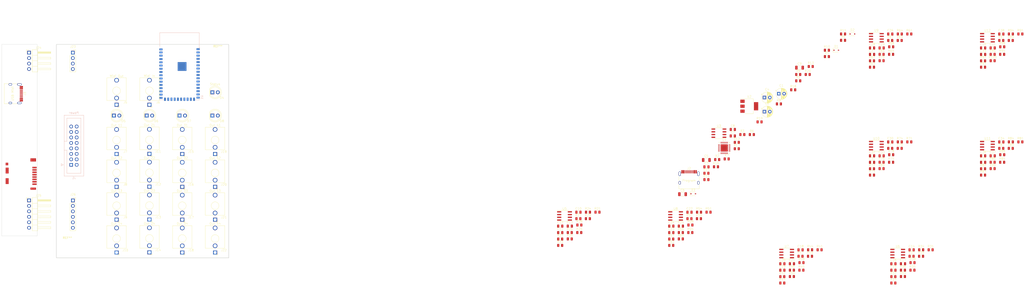
<source format=kicad_pcb>
(kicad_pcb (version 20211014) (generator pcbnew)
  (layers (0 "F.Cu" signal) (31 "B.Cu" signal) (34 "B.Paste" user) (35 "F.Paste" user) (36 "B.SilkS" user "B.Silkscreen") (37 "F.SilkS" user "F.Silkscreen") (38 "B.Mask" user) (39 "F.Mask" user) (44 "Edge.Cuts" user))
  (net 0 "")
  (net 1 "+12V")
  (net 2 "GND")
  (net 3 "-12V")
  (net 4 "+5V")
  (net 5 "+3.3V")
  (net 6 "Net-(C8-Pad1)")
  (net 7 "Net-(C9-Pad1)")
  (net 8 "Net-(C10-Pad1)")
  (net 9 "Net-(C10-Pad2)")
  (net 10 "Net-(C11-Pad1)")
  (net 11 "Net-(C12-Pad1)")
  (net 12 "Net-(C12-Pad2)")
  (net 13 "Net-(C13-Pad1)")
  (net 14 "Net-(C14-Pad1)")
  (net 15 "Net-(C14-Pad2)")
  (net 16 "Net-(C15-Pad1)")
  (net 17 "Net-(C16-Pad1)")
  (net 18 "Net-(C16-Pad2)")
  (net 19 "Net-(C17-Pad1)")
  (net 20 "Net-(C18-Pad1)")
  (net 21 "Net-(C18-Pad2)")
  (net 22 "Net-(C19-Pad1)")
  (net 23 "Net-(C20-Pad1)")
  (net 24 "Net-(C20-Pad2)")
  (net 25 "Net-(C21-Pad1)")
  (net 26 "Net-(C22-Pad1)")
  (net 27 "Net-(C22-Pad2)")
  (net 28 "Net-(C23-Pad1)")
  (net 29 "Net-(C24-Pad1)")
  (net 30 "Net-(C24-Pad2)")
  (net 31 "Net-(C25-Pad1)")
  (net 32 "Net-(C26-Pad1)")
  (net 33 "Net-(C26-Pad2)")
  (net 34 "Net-(C27-Pad1)")
  (net 35 "Net-(C28-Pad1)")
  (net 36 "Net-(C28-Pad2)")
  (net 37 "Net-(C29-Pad1)")
  (net 38 "Net-(C30-Pad1)")
  (net 39 "Net-(C30-Pad2)")
  (net 40 "Net-(C31-Pad1)")
  (net 41 "Net-(C32-Pad1)")
  (net 42 "Net-(C32-Pad2)")
  (net 43 "Net-(C33-Pad1)")
  (net 44 "Net-(C34-Pad1)")
  (net 45 "Net-(C34-Pad2)")
  (net 46 "Net-(C35-Pad1)")
  (net 47 "Net-(C36-Pad1)")
  (net 48 "Net-(C36-Pad2)")
  (net 49 "Net-(C37-Pad1)")
  (net 50 "Net-(C38-Pad1)")
  (net 51 "Net-(C38-Pad2)")
  (net 52 "Net-(C39-Pad1)")
  (net 53 "Net-(C40-Pad1)")
  (net 54 "Net-(C40-Pad2)")
  (net 55 "Net-(C41-Pad1)")
  (net 56 "Net-(D1-Pad1)")
  (net 57 "Net-(D1-Pad2)")
  (net 58 "Net-(D2-Pad1)")
  (net 59 "Net-(D2-Pad2)")
  (net 60 "VBUS")
  (net 61 "Net-(D4-Pad2)")
  (net 62 "Net-(D5-Pad2)")
  (net 63 "Net-(D6-Pad2)")
  (net 64 "Net-(D7-Pad2)")
  (net 65 "Net-(D8-Pad2)")
  (net 70 "Net-(J2-PadA5)")
  (net 71 "UART_D+")
  (net 72 "UART_D-")
  (net 74 "Net-(J2-PadB5)")
  (net 76 "GND1")
  (net 77 "Net-(J3-PadA5)")
  (net 78 "Net-(J24-Pad3)")
  (net 79 "Net-(J24-Pad2)")
  (net 81 "Net-(J3-PadB5)")
  (net 84 "Net-(J25-Pad5)")
  (net 85 "Net-(J25-Pad4)")
  (net 86 "Net-(J25-Pad3)")
  (net 87 "Net-(J25-Pad2)")
  (net 90 "Net-(J6-PadT)")
  (net 91 "OUT11")
  (net 93 "OUT12")
  (net 95 "OUT13")
  (net 97 "OUT14")
  (net 99 "OUT21")
  (net 101 "OUT22")
  (net 103 "OUT23")
  (net 105 "OUT24")
  (net 107 "OUT31")
  (net 109 "OUT32")
  (net 111 "OUT33")
  (net 113 "OUT34")
  (net 115 "OUT41")
  (net 117 "OUT42")
  (net 119 "OUT43")
  (net 121 "OUT44")
  (net 123 "USB_D-")
  (net 124 "USB_D+")
  (net 125 "FSPI_CS")
  (net 126 "FSPI_MOSI")
  (net 127 "FSPI_CLK")
  (net 128 "FSPI_MISO")
  (net 129 "Net-(J6-PadR)")
  (net 130 "U1TXD")
  (net 131 "Net-(J5-PadR)")
  (net 132 "U1RXD")
  (net 133 "Net-(R15-Pad2)")
  (net 134 "IO38")
  (net 135 "IO39")
  (net 136 "IO40")
  (net 137 "IO41")
  (net 138 "IO42")
  (net 139 "IO1")
  (net 140 "Net-(R23-Pad2)")
  (net 141 "IO3")
  (net 142 "Net-(R28-Pad2)")
  (net 143 "IO2")
  (net 144 "Net-(R33-Pad2)")
  (net 145 "Out_11")
  (net 146 "IO4")
  (net 147 "Net-(R38-Pad2)")
  (net 148 "Out_13")
  (net 149 "IO5")
  (net 150 "Net-(R43-Pad2)")
  (net 151 "Out_21")
  (net 152 "IO7")
  (net 153 "Net-(R48-Pad2)")
  (net 154 "Out_23")
  (net 155 "IO6")
  (net 156 "Net-(R53-Pad2)")
  (net 157 "IO8")
  (net 158 "Net-(R58-Pad2)")
  (net 159 "IO9")
  (net 160 "Net-(R63-Pad2)")
  (net 161 "Out_31")
  (net 162 "IO11")
  (net 163 "Net-(R68-Pad2)")
  (net 164 "Out_33")
  (net 165 "IO10")
  (net 166 "Net-(R73-Pad2)")
  (net 167 "IO12")
  (net 168 "Net-(R78-Pad2)")
  (net 169 "IO13")
  (net 170 "Net-(R83-Pad2)")
  (net 171 "Out_41")
  (net 172 "IO15")
  (net 173 "Net-(R88-Pad2)")
  (net 174 "Out_43")
  (net 175 "IO14")
  (net 176 "Net-(R93-Pad2)")
  (net 177 "IO16")
  (net 178 "Net-(R98-Pad2)")
  (net 179 "IO0")
  (net 183 "U0TXD")
  (net 184 "U0RXD")
  (net 187 "EN")
  (net 206 "RTS")
  (net 208 "DTR")
  (footprint "Capacitor_SMD:C_0805_2012Metric" (layer "F.Cu") (at 510.800225 52.42)
    (fp_text reference "C41")
    (fp_text value "220n")
  )
  (footprint "Capacitor_SMD:C_0805_2012Metric" (layer "F.Cu") (at 473.160225 146.15)
    (fp_text reference "C14")
    (fp_text value "470n")
  )
  (footprint "Resistor_SMD:R_0805_2012Metric" (layer "F.Cu") (at 361.590225 144.08)
    (fp_text reference "R53")
    (fp_text value "220k")
  )
  (footprint "Resistor_SMD:R_0805_2012Metric" (layer "F.Cu") (at 422.040225 152.08)
    (fp_text reference "R48")
    (fp_text value "220k")
  )
  (footprint "Capacitor_SMD:C_0805_2012Metric" (layer "F.Cu") (at 506.350225 102.51)
    (fp_text reference "C36")
    (fp_text value "470n")
  )
  (footprint "MountingHole:MountingHole_3.2mm_M3" (layer "F.Cu") (at 81.28 144.78)
    (fp_text reference "REF**")
    (fp_text value "MountingHole_3.2mm_M3")
  )
  (footprint "Resistor_SMD:R_0805_2012Metric" (layer "F.Cu") (at 454.780225 111.45)
    (fp_text reference "R73")
    (fp_text value "220k")
  )
  (footprint "Capacitor_SMD:C_0805_2012Metric" (layer "F.Cu") (at 417.610225 152.6)
    (fp_text reference "C21")
    (fp_text value "220n")
  )
  (footprint "Connector_Audio:Jack_3.5mm_QingPu_WQP-PJ398SM_Vertical_CircularHoles" (layer "F.Cu") (at 149.86 101.665 180)
    (fp_text reference "J19")
    (fp_text value "PJ-301M-2")
  )
  (footprint "LED_THT:LED_D5.0mm" (layer "F.Cu") (at 102.87 83.82)
    (fp_text reference "D5")
    (fp_text value "LED_Red")
  )
  (footprint "Resistor_SMD:R_0805_2012Metric" (layer "F.Cu") (at 510.780225 108.44)
    (fp_text reference "R90")
    (fp_text value "1k")
  )
  (footprint "Resistor_SMD:R_0805_2012Metric" (layer "F.Cu") (at 366.040225 141.07)
    (fp_text reference "R60")
    (fp_text value "1k")
  )
  (footprint "lib:Jack_3.5mm_QingPu_WQP-PJ398SM_Vertical_CircularHoles-TRS" (layer "F.Cu") (at 104.14 78.805 180)
    (fp_text reference "J5")
    (fp_text value "PJ-301M-3")
  )
  (footprint "Resistor_SMD:R_0805_2012Metric" (layer "F.Cu") (at 463.230225 48.95)
    (fp_text reference "R67")
    (fp_text value "10k")
  )
  (footprint "Resistor_SMD:R_0805_2012Metric" (layer "F.Cu") (at 510.780225 55.4)
    (fp_text reference "R96")
    (fp_text value "10k")
  )
  (footprint "Resistor_SMD:R_0805_2012Metric" (layer "F.Cu") (at 314.490225 141.07)
    (fp_text reference "R30")
    (fp_text value "1k")
  )
  (footprint "Capacitor_SMD:C_0805_2012Metric" (layer "F.Cu") (at 506.350225 55.43)
    (fp_text reference "C39")
    (fp_text value "220n")
  )
  (footprint "Capacitor_SMD:C_0805_2012Metric" (layer "F.Cu") (at 361.610225 135.14)
    (fp_text reference "C24")
    (fp_text value "470n")
  )
  (footprint "Connector_Audio:Jack_3.5mm_QingPu_WQP-PJ398SM_Vertical_CircularHoles" (layer "F.Cu") (at 134.62 101.665 180)
    (fp_text reference "J15")
    (fp_text value "PJ-301M-2")
  )
  (footprint "Resistor_SMD:R_0805_2012Metric" (layer "F.Cu") (at 463.230225 99.04)
    (fp_text reference "R77")
    (fp_text value "10k")
  )
  (footprint "Package_SO:SO-8_3.9x4.9mm_P1.27mm" (layer "F.Cu") (at 383.710225 91.99)
    (fp_text reference "U3")
    (fp_text value "6N137")
  )
  (footprint "Resistor_SMD:R_0805_2012Metric" (layer "F.Cu") (at 519.230225 45.94)
    (fp_text reference "R94")
    (fp_text value "330k")
  )
  (footprint "Resistor_SMD:R_0805_2012Metric" (layer "F.Cu") (at 370.490225 134.62)
    (fp_text reference "R58")
    (fp_text value "220k")
  )
  (footprint "Resistor_SMD:R_0805_2012Metric" (layer "F.Cu") (at 417.590225 155.58)
    (fp_text reference "R46")
    (fp_text value "10k")
  )
  (footprint "Capacitor_SMD:C_0805_2012Metric" (layer "F.Cu") (at 454.800225 52.42)
    (fp_text reference "C28")
    (fp_text value "470n")
  )
  (footprint "Resistor_SMD:R_0805_2012Metric" (layer "F.Cu") (at 327.350225 128.66)
    (fp_text reference "R21")
    (fp_text value "10k")
  )
  (footprint "Connector_Audio:Jack_3.5mm_QingPu_WQP-PJ398SM_Vertical_CircularHoles" (layer "F.Cu") (at 119.38 116.84 180)
    (fp_text reference "J12")
    (fp_text value "PJ-301M-2")
  )
  (footprint "lib:Jack_3.5mm_QingPu_WQP-PJ398SM_Vertical_CircularHoles-TRS" (layer "F.Cu") (at 119.38 78.805 180)
    (fp_text reference "J6")
    (fp_text value "PJ-301M-3")
  )
  (footprint "Resistor_SMD:R_0805_2012Metric" (layer "F.Cu") (at 467.640225 99.04)
    (fp_text reference "R79")
    (fp_text value "100k")
  )
  (footprint "Resistor_SMD:R_0805_2012Metric" (layer "F.Cu") (at 378.900225 128.66)
    (fp_text reference "R51")
    (fp_text value "10k")
  )
  (footprint "Resistor_SMD:R_0805_2012Metric" (layer "F.Cu") (at 473.550225 155.58)
    (fp_text reference "R35")
    (fp_text value "1k")
  )
  (footprint "Resistor_SMD:R_0805_2012Metric" (layer "F.Cu") (at 506.330225 58.41)
    (fp_text reference "R92")
    (fp_text value "10k")
  )
  (footprint "Resistor_SMD:R_0805_2012Metric" (layer "F.Cu") (at 318.940225 134.62)
    (fp_text reference "R28")
    (fp_text value "220k")
  )
  (footprint "Resistor_SMD:R_0805_2012Metric" (layer "F.Cu") (at 515.230225 51.9)
    (fp_text reference "R98")
    (fp_text value "220k")
  )
  (footprint "Diode_SMD:D_SOD-323" (layer "F.Cu") (at 438.170225 53.49)
    (fp_text reference "D1")
    (fp_text value "1N5819WS")
  )
  (footprint "Resistor_SMD:R_0805_2012Metric" (layer "F.Cu") (at 463.680225 51.9)
    (fp_text reference "R68")
    (fp_text value "220k")
  )
  (footprint "Capacitor_SMD:C_0805_2012Metric" (layer "F.Cu") (at 463.250225 96.06)
    (fp_text reference "C30")
    (fp_text value "470n")
  )
  (footprint "Capacitor_SMD:C_0805_2012Metric" (layer "F.Cu") (at 469.160225 152.6)
    (fp_text reference "C17")
    (fp_text value "220n")
  )
  (footprint "Resistor_SMD:R_0805_2012Metric" (layer "F.Cu") (at 523.640225 96.03)
    (fp_text reference "R81")
    (fp_text value "10k")
  )
  (footprint "Package_TO_SOT_SMD:SOT-223-3_TabPin2" (layer "F.Cu") (at 397.810225 79.49)
    (fp_text reference "U2")
    (fp_text value "AMS1117-3.3")
  )
  (footprint "Resistor_SMD:R_0805_2012Metric" (layer "F.Cu") (at 374.490225 128.66)
    (fp_text reference "R54")
    (fp_text value "330k")
  )
  (footprint "Resistor_SMD:R_0805_2012Metric" (layer "F.Cu") (at 519.230225 96.03)
    (fp_text reference "R84")
    (fp_text value "330k")
  )
  (footprint "Resistor_SMD:R_0805_2012Metric" (layer "F.Cu") (at 382.920225 104.24)
    (fp_text reference "R2")
    (fp_text value "5.1k")
  )
  (footprint "Capacitor_SMD:C_0805_2012Metric" (layer "F.Cu") (at 514.800225 45.97)
    (fp_text reference "C38")
    (fp_text value "470n")
  )
  (footprint "LED_THT:LED_D5.0mm" (layer "F.Cu") (at 118.11 83.82)
    (fp_text reference "D6")
    (fp_text value "LED_Red")
  )
  (footprint "Connector_PinSocket_2.54mm:PinSocket_1x06_P2.54mm_Vertical" (layer "F.Cu") (at 83.845 123.215)
    (fp_text reference "J26")
    (fp_text value "Conn_01x06_Female")
  )
  (footprint "Capacitor_SMD:C_0805_2012Metric" (layer "F.Cu") (at 454.800225 102.51)
    (fp_text reference "C32")
    (fp_text value "470n")
  )
  (footprint "Resistor_SMD:R_0805_2012Metric" (layer "F.Cu") (at 421.590225 149.13)
    (fp_text reference "R47")
    (fp_text value "10k")
  )
  (footprint "Resistor_SMD:R_0805_2012Metric" (layer "F.Cu") (at 361.590225 141.13)
    (fp_text reference "R52")
    (fp_text value "10k")
  )
  (footprint "Resistor_SMD:R_0805_2012Metric" (layer "F.Cu") (at 506.330225 111.45)
    (fp_text reference "R83")
    (fp_text value "220k")
  )
  (footprint "Capacitor_SMD:C_1206_3216Metric" (layer "F.Cu") (at 421.150225 61.59)
    (fp_text reference "C9")
    (fp_text value "1u")
  )
  (footprint "Connector_PinHeader_2.54mm:PinHeader_1x06_P2.54mm_Horizontal" (layer "F.Cu") (at 63.5 123.19)
    (fp_text reference "J25")
    (fp_text value "Conn_01x06_Male")
  )
  (footprint "Resistor_SMD:R_0805_2012Metric" (layer "F.Cu") (at 482.000225 146.12)
    (fp_text reference "R31")
    (fp_text value "10k")
  )
  (footprint "Connector_Audio:Jack_3.5mm_QingPu_WQP-PJ398SM_Vertical_CircularHoles" (layer "F.Cu") (at 104.14 132.145 180)
    (fp_text reference "J9")
    (fp_text value "PJ-301M-2")
  )
  (footprint "Resistor_SMD:R_0805_2012Metric" (layer "F.Cu") (at 472.090225 45.94)
    (fp_text reference "R61")
    (fp_text value "10k")
  )
  (footprint "Resistor_SMD:R_0805_2012Metric" (layer "F.Cu") (at 417.590225 158.53)
    (fp_text reference "R50")
    (fp_text value "1k")
  )
  (footprint "Resistor_SMD:R_0805_2012Metric" (layer "F.Cu") (at 464.690225 161.54)
    (fp_text reference "R33")
    (fp_text value "220k")
  )
  (footprint "Capacitor_SMD:C_0805_2012Metric" (layer "F.Cu") (at 318.510225 128.69)
    (fp_text reference "C10")
    (fp_text value "470n")
  )
  (footprint "Resistor_SMD:R_0805_2012Metric" (layer "F.Cu") (at 399.000225 92.64)
    (fp_text reference "R6")
    (fp_text value "470")
  )
  (footprint "Resistor_SMD:R_0805_2012Metric" (layer "F.Cu") (at 318.900225 138.12)
    (fp_text reference "R25")
    (fp_text value "1k")
  )
  (footprint "Resistor_SMD:R_0805_2012Metric" (layer "F.Cu") (at 426.040225 146.12)
    (fp_text reference "R44")
    (fp_text value "330k")
  )
  (footprint "Connector_Audio:Jack_3.5mm_QingPu_WQP-PJ398SM_Vertical_CircularHoles" (layer "F.Cu") (at 119.38 132.08 180)
    (fp_text reference "J13")
    (fp_text value "PJ-301M-2")
  )
  (footprint "Resistor_SMD:R_0805_2012Metric" (layer "F.Cu") (at 366.040225 138.12)
    (fp_text reference "R56")
    (fp_text value "10k")
  )
  (footprint "LED_THT:LED_D5.0mm" (layer "F.Cu") (at 148.59 83.82)
    (fp_text reference "D8")
    (fp_text value "LED_Red")
  )
  (footprint "Connector_Audio:Jack_3.5mm_QingPu_WQP-PJ398SM_Vertical_CircularHoles" (layer "F.Cu") (at 104.14 147.385 180)
    (fp_text reference "J10")
    (fp_text value "PJ-301M-2")
  )
  (footprint "Resistor_SMD:R_0805_2012Metric" (layer "F.Cu") (at 433.840225 56.44)
    (fp_text reference "R4")
    (fp_text value "47")
  )
  (footprint "Resistor_SMD:R_0805_2012Metric" (layer "F.Cu") (at 413.140225 158.59)
    (fp_text reference "R42")
    (fp_text value "10k")
  )
  (footprint "Resistor_SMD:R_0805_2012Metric" (layer "F.Cu") (at 426.340225 61.04)
    (fp_text reference "R13")
    (fp_text value "22k")
  )
  (footprint "Resistor_SMD:R_0805_2012Metric" (layer "F.Cu") (at 467.680225 45.94)
    (fp_text reference "R64")
    (fp_text value "330k")
  )
  (footprint "Capacitor_SMD:C_0805_2012Metric" (layer "F.Cu") (at 421.610225 146.15)
    (fp_text reference "C18")
    (fp_text value "470n")
  )
  (footprint "Resistor_SMD:R_0805_2012Metric" (layer "F.Cu") (at 469.140225 155.58)
    (fp_text reference "R36")
    (fp_text value "10k")
  )
  (footprint "Resistor_SMD:R_0805_2012Metric" (layer "F.Cu") (at 464.690225 158.59)
    (fp_text reference "R32")
    (fp_text value "10k")
  )
  (footprint "Resistor_SMD:R_0805_2012Metric" (layer "F.Cu") (at 310.040225 144.08)
    (fp_text reference "R23")
    (fp_text value "220k")
  )
  (footprint "Resistor_SMD:R_0805_2012Metric" (layer "F.Cu") (at 477.590225 146.12)
    (fp_text reference "R34")
    (fp_text value "330k")
  )
  (footprint "Resistor_SMD:R_0805_2012Metric" (layer "F.Cu") (at 454.780225 61.36)
    (fp_text reference "R63")
    (fp_text value "220k")
  )
  (footprint "Resistor_SMD:R_0805_2012Metric" (layer "F.Cu") (at 441.340225 48.89)
    (fp_text reference "R9")
    (fp_text value "47k")
  )
  (footprint "Resistor_SMD:R_0805_2012Metric" (layer "F.Cu") (at 424.940225 64.74)
    (fp_text reference "R20")
    (fp_text value "220")
  )
  (footprint "Capacitor_SMD:C_0805_2012Metric" (layer "F.Cu") (at 514.800225 96.06)
    (fp_text reference "C34")
    (fp_text value "470n")
  )
  (footprint "Capacitor_THT:CP_Radial_D5.0mm_P2.50mm" (layer "F.Cu") (at 404.85 81.99)
    (fp_text reference "C2")
    (fp_text value "10u")
  )
  (footprint "Connector_Audio:Jack_3.5mm_QingPu_WQP-PJ398SM_Vertical_CircularHoles" (layer "F.Cu") (at 119.38 147.32 180)
    (fp_text reference "J14")
    (fp_text value "PJ-301M-2")
  )
  (footprint "Resistor_SMD:R_0805_2012Metric" (layer "F.Cu") (at 420.530225 64.74)
    (fp_text reference "R5")
    (fp_text value "220")
  )
  (footprint "Resistor_SMD:R_0805_2012Metric" (layer "F.Cu") (at 433.840225 53.49)
    (fp_text reference "R10")
    (fp_text value "47k")
  )
  (footprint "Connector_Audio:Jack_3.5mm_QingPu_WQP-PJ398SM_Vertical_CircularHoles" (layer "F.Cu") (at 149.86 147.385 180)
    (fp_text reference "J22")
    (fp_text value "PJ-301M-2")
  )
  (footprint "Resistor_SMD:R_0805_2012Metric" (layer "F.Cu") (at 459.230225 105.49)
    (fp_text reference "R76")
    (fp_text value "10k")
  )
  (footprint "Resistor_SMD:R_0805_2012Metric" (layer "F.Cu") (at 413.140225 161.54)
    (fp_text reference "R43")
    (fp_text value "220k")
  )
  (footprint "Diode_SMD:D_SOD-323" (layer "F.Cu") (at 445.670225 45.94)
    (fp_text reference "D2")
    (fp_text value "1N4148WS")
  )
  (footprint "Resistor_SMD:R_0805_2012Metric" (layer "F.Cu") (at 314.490225 138.12)
    (fp_text reference "R26")
    (fp_text value "10k")
  )
  (footprint "Connector_Audio:Jack_3.5mm_QingPu_WQP-PJ398SM_Vertical_CircularHoles" (layer "F.Cu") (at 134.62 147.385 180)
    (fp_text reference "J18")
    (fp_text value "PJ-301M-2")
  )
  (footprint "Capacitor_SMD:C_0805_2012Metric" (layer "F.Cu") (at 413.160225 152.6)
    (fp_text reference "C20")
    (fp_text value "470n")
  )
  (footprint "Capacitor_SMD:C_0805_2012Metric" (layer "F.Cu") (at 413.160225 155.61)
    (fp_text reference "C19")
    (fp_text value "220n")
  )
  (footprint "Package_SO:SOIC-8_3.9x4.9mm_P1.27mm" (layer "F.Cu") (at 415.160225 147.87)
    (fp_text reference "U7")
    (fp_text value "TL072")
  )
  (footprint "Resistor_SMD:R_0805_2012Metric" (layer "F.Cu") (at 387.330225 103.94)
    (fp_text reference "R7")
    (fp_text value "47k")
  )
  (footprint "Resistor_SMD:R_0805_2012Metric" (layer "F.Cu") (at 322.940225 128.66)
    (fp_text reference "R24")
    (fp_text value "330k")
  )
  (footprint "Connector_USB:USB_C_Receptacle_HRO_TYPE-C-31-M-12" (layer "F.Cu") (at 55.88 73.66 -90)
    (fp_text reference "J3")
    (fp_text value "USB-C")
  )
  (footprint "Resistor_SMD:R_0805_2012Metric" (layer "F.Cu") (at 322.900225 131.67)
    (fp_text reference "R29")
    (fp_text value "100k")
  )
  (footprint "Connector_Audio:Jack_3.5mm_QingPu_WQP-PJ398SM_Vertical_CircularHoles" (layer "F.Cu") (at 134.62 132.145 180)
    (fp_text reference "J17")
    (fp_text value "PJ-301M-2")
  )
  (footprint "Capacitor_SMD:C_0805_2012Metric" (layer "F.Cu") (at 377.930225 107.62)
    (fp_text reference "C3")
    (fp_text value "100n")
  )
  (footprint "Capacitor_SMD:C_0805_2012Metric" (layer "F.Cu") (at 366.060225 135.14)
    (fp_text reference "C25")
    (fp_text value "220n")
  )
  (footprint "Capacitor_SMD:C_0805_2012Metric" (layer "F.Cu") (at 310.060225 135.14)
    (fp_text reference "C12")
    (fp_text value "470n")
  )
  (footprint "Resistor_SMD:R_0805_2012Metric" (layer "F.Cu") (at 318.490225 131.67)
    (fp_text reference "R27")
    (fp_text value "10k")
  )
  (footprint "Resistor_SMD:R_0805_2012Metric" (layer "F.Cu") (at 463.680225 101.99)
    (fp_text reference "R78")
    (fp_text value "220k")
  )
  (footprint "Resistor_SMD:R_0805_2012Metric" (layer "F.Cu") (at 377.910225 110.6)
    (fp_text reference "R15")
    (fp_text value "1k")
  )
  (footprint "Resistor_SMD:R_0805_2012Metric" (layer "F.Cu") (at 420.530225 67.69)
    (fp_text reference "R1")
    (fp_text value "5.1k")
  )
  (footprint "Resistor_SMD:R_0805_2012Metric" (layer "F.Cu") (at 514.780225 48.95)
    (fp_text reference "R97")
    (fp_text value "10k")
  )
  (footprint "Capacitor_SMD:C_0805_2012Metric" (layer "F.Cu") (at 310.060225 138.15)
    (fp_text reference "C11")
    (fp_text value "220n")
  )
  (footprint "Connector_Audio:Jack_3.5mm_QingPu_WQP-PJ398SM_Vertical_CircularHoles" (layer "F.Cu") (at 104.14 116.905 180)
    (fp_text reference "J8")
    (fp_text value "PJ-301M-2")
  )
  (footprint "Resistor_SMD:R_0805_2012Metric" (layer "F.Cu") (at 514.780225 99.04)
    (fp_text reference "R87")
    (fp_text value "10k")
  )
  (footprint "Resistor_SMD:R_0805_2012Metric" (layer "F.Cu") (at 392.020225 99.21)
    (fp_text reference "R17")
    (fp_text value "220")
  )
  (footprint "Resistor_SMD:R_0805_2012Metric" (layer "F.Cu") (at 473.590225 152.08)
    (fp_text reference "R38")
    (fp_text value "220k")
  )
  (footprint "Capacitor_THT:CP_Radial_D5.0mm_P2.50mm" (layer "F.Cu") (at 404.85 75.44)
    (fp_text reference "C4")
    (fp_text value "10u")
  )
  (footprint "Resistor_SMD:R_0805_2012Metric" (layer "F.Cu") (at 463.640225 105.49)
    (fp_text reference "R75")
    (fp_text value "1k")
  )
  (footprint "Capacitor_SMD:C_1206_3216Metric" (layer "F.Cu") (at 366.840225 120.31)
    (fp_text reference "C6")
    (fp_text value "22u")
  )
  (footprint "Resistor_SMD:R_0805_2012Metric" (layer "F.Cu") (at 523.640225 45.94)
    (fp_text reference "R91")
    (fp_text value "10k")
  )
  (footprint "Capacitor_SMD:C_0805_2012Metric" (layer "F.Cu") (at 454.800225 55.43)
    (fp_text reference "C27")
    (fp_text value "220n")
  )
  (footprint "Resistor_SMD:R_0805_2012Metric" (layer "F.Cu") (at 510.780225 105.49)
    (fp_text reference "R86")
    (fp_text value "10k")
  )
  (footprint "MountingHole:MountingHole_3.2mm_M3" (layer "F.Cu") (at 151.13 55.88)
    (fp_text reference "REF**")
    (fp_text value "MountingHole_3.2mm_M3")
  )
  (footprint "Resistor_SMD:R_0805_2012Metric" (layer "F.Cu") (at 454.780225 58.41)
    (fp_text reference "R62")
    (fp_text value "10k")
  )
  (footprint "Capacitor_SMD:C_0805_2012Metric" (layer "F.Cu") (at 454.800225 105.52)
    (fp_text reference "C31")
    (fp_text value "220n")
  )
  (footprint "Resistor_SMD:R_0805_2012Metric" (layer "F.Cu") (at 382.360225 107.59)
    (fp_text reference "R16")
    (fp_text value "220")
  )
  (footprint "Package_SO:SOIC-8_3.9x4.9mm_P1.27mm" (layer "F.Cu") (at 466.710225 147.87)
    (fp_text reference "U6")
    (fp_text value "TL072")
  )
  (footprint "Package_SO:SOIC-8_3.9x4.9mm_P1.27mm" (layer "F.Cu") (at 508.350225 47.69)
    (fp_text reference "U12")
    (fp_text value "TL072")
  )
  (footprint "Connector_Audio:Jack_3.5mm_QingPu_WQP-PJ398SM_Vertical_CircularHoles" (layer "F.Cu") (at 149.86 116.905 180)
    (fp_text reference "J20")
    (fp_text value "PJ-301M-2")
  )
  (footprint "Connector_Audio:Jack_3.5mm_QingPu_WQP-PJ398SM_Vertical_CircularHoles" (layer "F.Cu") (at 104.14 101.665 180)
    (fp_text reference "J7")
    (fp_text value "PJ-301M-2")
  )
  (footprint "Resistor_SMD:R_0805_2012Metric" (layer "F.Cu") (at 377.910225 113.55)
    (fp_text reference "R14")
    (fp_text value "47k")
  )
  (footprint "Connector_Audio:Jack_3.5mm_QingPu_WQP-PJ398SM_Vertical_CircularHoles" (layer "F.Cu") (at 149.86 132.145 180)
    (fp_text reference "J21")
    (fp_text value "PJ-301M-2")
  )
  (footprint "Package_SO:SOIC-8_3.9x4.9mm_P1.27mm" (layer "F.Cu") (at 508.350225 97.78)
    (fp_text reference "U11")
    (fp_text value "TL072")
  )
  (footprint "Capacitor_SMD:C_1206_3216Metric" (layer "F.Cu") (at 377.890225 104.44)
    (fp_text reference "C5")
    (fp_text value "22u")
  )
  (footprint "Resistor_SMD:R_0805_2012Metric" (layer "F.Cu") (at 402.590225 86.74)
    (fp_text reference "R19")
    (fp_text value "220")
  )
  (footprint "Resistor_SMD:R_0805_2012Metric" (layer "F.Cu") (at 459.230225 55.4)
    (fp_text reference "R66")
    (fp_text value "10k")
  )
  (footprint "Resistor_SMD:R_0805_2012Metric" (layer "F.Cu") (at 441.340225 45.94)
    (fp_text reference "R11")
    (fp_text value "5.1k")
  )
  (footprint "Capacitor_SMD:C_0805_2012Metric" (layer "F.Cu") (at 370.060225 128.69)
    (fp_text reference "C22")
    (fp_text value "470n")
  )
  (footprint "Resistor_SMD:R_0805_2012Metric" (layer "F.Cu") (at 506.330225 108.5)
    (fp_text reference "R82")
    (fp_text value "10k")
  )
  (footprint "Connector_Audio:Jack_3.5mm_QingPu_WQP-PJ398SM_Vertical_CircularHoles" (layer "F.Cu") (at 119.38 101.6 180)
    (fp_text reference "J11")
    (fp_text value "PJ-301M-2")
  )
  (footprint "Resistor_SMD:R_0805_2012Metric" (layer "F.Cu") (at 519.190225 48.95)
    (fp_text reference "R99")
    (fp_text value "100k")
  )
  (footprint "Resistor_SMD:R_0805_2012Metric" (layer "F.Cu") (at 459.230225 108.44)
    (fp_text reference "R80")
    (fp_text value "1k")
  )
  (footprint "Resistor_SMD:R_0805_2012Metric" (layer "F.Cu") (at 370.450225 138.12)
    (fp_text reference "R55")
    (fp_text value "1k")
  )
  (footprint "lib:SD-Card-DM3CS" (layer "F.Cu") (at 59.69 110.95 90)
    (fp_text reference "J4")
    (fp_text value "Micro_SD_Card")
  )
  (footprint "Resistor_SMD:R_0805_2012Metric" (layer "F.Cu") (at 422.000225 155.58)
    (fp_text reference "R45")
    (fp_text value "1k")
  )
  (footprint "Package_SO:SOIC-8_3.9x4.9mm_P1.27mm" (layer "F.Cu") (at 312.060225 130.41)
    (fp_text reference "U5")
    (fp_text value "TL072")
  )
  (footprint "Resistor_SMD:R_0805_2012Metric" (layer "F.Cu") (at 519.190225 99.04)
    (fp_text reference "R89")
    (fp_text value "100k")
  )
  (footprint "Resistor_SMD:R_0805_2012Metric" (layer "F.Cu") (at 374.450225 131.67)
    (fp_text reference "R59")
    (fp_text value "100k")
  )
  (footprint "Connector_USB:USB_C_Receptacle_HRO_TYPE-C-31-M-12" (layer "F.Cu") (at 369.860225 113.96)
    (fp_text reference "J2")
    (fp_text value "USB-C")
  )
  (footprint "Resistor_SMD:R_0805_2012Metric" (layer "F.Cu") (at 467.640225 48.95)
    (fp_text reference "R69")
    (fp_text value "100k")
  )
  (footprint "Resistor_SMD:R_0805_2012Metric" (layer "F.Cu") (at 472.090225 96.03)
    (fp_text reference "R71")
    (fp_text value "10k")
  )
  (footprint "Resistor_SMD:R_0805_2012Metric" (layer "F.Cu") (at 418.200225 71.86)
    (fp_text reference "R18")
    (fp_text value "220")
  )
  (footprint "Resistor_SMD:R_0805_2012Metric" (layer "F.Cu") (at 469.140225 158.53)
    (fp_text reference "R40")
    (fp_text value "1k")
  )
  (footprint "Resistor_SMD:R_0805_2012Metric" (layer "F.Cu") (at 515.190225 105.49)
    (fp_text reference "R85")
    (fp_text value "1k")
  )
  (footprint "Capacitor_SMD:C_0805_2012Metric" (layer "F.Cu") (at 464.710225 155.61)
    (fp_text reference "C15")
    (fp_text value "220n")
  )
  (footprint "Connector_PinSocket_2.54mm:PinSocket_1x04_P2.54mm_Vertical" (layer "F.Cu") (at 83.82 54.61)
    (fp_text reference "J23")
    (fp_text value "Conn_01x04_Female")
  )
  (footprint "Resistor_SMD:R_0805_2012Metric" (layer "F.Cu") (at 394.590225 92.64)
    (fp_text reference "R3")
    (fp_text value "47")
  )
  (footprint "Resistor_SMD:R_0805_2012Metric" (layer "F.Cu") (at 506.330225 61.36)
    (fp_text reference "R93")
    (fp_text value "220k")
  )
  (footprint "Capacitor_SMD:C_0805_2012Metric" (layer "F.Cu") (at 459.250225 52.42)
    (fp_text reference "C29")
    (fp_text value "220n")
  )
  (footprint "Resistor_SMD:R_0805_2012Metric" (layer "F.Cu") (at 310.040225 141.13)
    (fp_text reference "R22")
    (fp_text value "10k")
  )
  (footprint "Resistor_SMD:R_0805_2012Metric" (layer "F.Cu") (at 430.450225 146.12)
    (fp_text reference "R41")
    (fp_text value "10k")
  )
  (footprint "Resistor_SMD:R_0805_2012Metric" (layer "F.Cu") (at 392.020225 96.26)
    (fp_text reference "R12")
    (fp_text value "5.1k")
  )
  (footprint "Package_SO:SOIC-8_3.9x4.9mm_P1.27mm" (layer "F.Cu") (at 363.610225 130.41)
    (fp_text reference "U8")
    (fp_text value "TL072")
  )
  (footprint "Connector_Audio:Jack_3.5mm_QingPu_WQP-PJ398SM_Vertical_CircularHoles" (layer "F.Cu") (at 134.62 116.905 180)
    (fp_text reference "J16")
    (fp_text value "PJ-301M-2")
  )
  (footprint "Capacitor_SMD:C_0805_2012Metric" (layer "F.Cu") (at 361.610225 138.15)
    (fp_text reference "C23")
    (fp_text value "220n")
  )
  (footprint "Resistor_SMD:R_0805_2012Metric" (layer "F.Cu") (at 370.040225 131.67)
    (fp_text reference "R57")
    (fp_text value "10k")
  )
  (footprint "Package_SO:SOIC-8_3.9x4.9mm_P1.27mm" (layer "F.Cu") (at 456.800225 97.78)
    (fp_text reference "U10")
    (fp_text value "TL072")
  )
  (footprint "Capacitor_SMD:C_0805_2012Metric" (layer "F.Cu") (at 463.250225 45.97)
    (fp_text reference "C26")
    (fp_text value "470n")
  )
  (footprint "Resistor_SMD:R_0805_2012Metric" (layer "F.Cu") (at 426.000225 149.13)
    (fp_text reference "R49")
    (fp_text value "100k")
  )
  (footprint "Capacitor_SMD:C_0805_2012Metric" (layer "F.Cu") (at 506.350225 52.42)
    (fp_text reference "C40")
    (fp_text value "470n")
  )
  (footprint "Capacitor_THT:CP_Radial_D5.0mm_P2.50mm" (layer "F.Cu") (at 411.48 73.66)
    (fp_text reference "C1")
    (fp_text value "10u")
  )
  (footprint "Capacitor_SMD:C_0805_2012Metric" (layer "F.Cu") (at 506.350225 105.52)
    (fp_text reference "C35")
    (fp_text value "220n")
  )
  (footprint "Resistor_SMD:R_0805_2012Metric" (layer "F.Cu") (at 515.230225 101.99)
    (fp_text reference "R88")
    (fp_text value "220k")
  )
  (footprint "Capacitor_SMD:C_0805_2012Metric" (layer "F.Cu") (at 459.250225 102.51)
    (fp_text reference "C33")
    (fp_text value "220n")
  )
  (footprint "Capacitor_SMD:C_0805_2012Metric" (layer "F.Cu") (at 390.160225 93.28)
    (fp_text reference "C7")
    (fp_text value "100n")
  )
  (footprint "Package_DFN_QFN:QFN-28-1EP_5x5mm_P0.5mm_EP3.35x3.35mm" (layer "F.Cu") (at 386.190225 98.84)
    (fp_text reference "U4")
    (fp_text value "CP2102")
  )
  (footprint "Resistor_SMD:R_0805_2012Metric" (layer "F.Cu") (at 463.640225 55.4)
    (fp_text reference "R65")
    (fp_text value "1k")
  )
  (footprint "Capacitor_SMD:C_0805_2012Metric" (layer "F.Cu") (at 314.510225 135.14)
    (fp_text reference "C13")
    (fp_text value "220n")
  )
  (footprint "Resistor_SMD:R_0805_2012Metric" (layer "F.Cu") (at 510.780225 58.35)
    (fp_text reference "R100")
    (fp_text value "1k")
  )
  (footprint "Diode_SMD:D_SOD-323" (layer "F.Cu") (at 371.790225 120.11)
    (fp_text reference "D3")
    (fp_text value "1N5819WS")
  )
  (footprint "Resistor_SMD:R_0805_2012Metric" (layer "F.Cu") (at 477.550225 149.13)
    (fp_text reference "R39")
    (fp_text value "100k")
  )
  (footprint "Capacitor_SMD:C_0805_2012Metric" (layer "F.Cu") (at 510.800225 102.51)
    (fp_text reference "C37")
    (fp_text value "220n")
  )
  (footprint "LED_THT:LED_D5.0mm" (layer "F.Cu") (at 148.585 73.025)
    (fp_text reference "D4")
    (fp_text value "LED_Red")
  )
  (footprint "Resistor_SMD:R_0805_2012Metric" (layer "F.Cu") (at 454.780225 108.5)
    (fp_text reference "R72")
    (fp_text value "10k")
  )
  (footprint "Resistor_SMD:R_0805_2012Metric" (layer "F.Cu") (at 473.140225 149.13)
    (fp_text reference "R37")
    (fp_text value "10k")
  )
  (footprint "Package_SO:SOIC-8_3.9x4.9mm_P1.27mm" (layer "F.Cu") (at 456.800225 47.69)
    (fp_text reference "U9")
    (fp_text value "TL072")
  )
  (footprint "Connector_PinHeader_2.54mm:PinHeader_1x04_P2.54mm_Horizontal" (layer "F.Cu") (at 63.5 54.61)
    (fp_text reference "J24")
    (fp_text value "Conn_01x04_Male")
  )
  (footprint "Capacitor_SMD:C_0805_2012Metric" (layer "F.Cu") (at 464.710225 152.6)
    (fp_text reference "C16")
    (fp_text value "470n")
  )
  (footprint "Resistor_SMD:R_0805_2012Metric" (layer "F.Cu") (at 411.570225 78.41)
    (fp_text reference "R8")
    (fp_text value "47k")
  )
  (footprint "Resistor_SMD:R_0805_2012Metric" (layer "F.Cu") (at 467.680225 96.03)
    (fp_text reference "R74")
    (fp_text value "330k")
  )
  (footprint "LED_THT:LED_D5.0mm" (layer "F.Cu") (at 133.35 83.82)
    (fp_text reference "D7")
    (fp_text value "LED_Red")
  )
  (footprint "Resistor_SMD:R_0805_2012Metric" (layer "F.Cu") (at 515.190225 55.4)
    (fp_text reference "R95")
    (fp_text value "1k")
  )
  (footprint "Capacitor_SMD:C_0805_2012Metric" (layer "F.Cu") (at 390.160225 90.27)
    (fp_text reference "C8")
    (fp_text value "100n")
  )
  (footprint "Resistor_SMD:R_0805_2012Metric" (layer "F.Cu") (at 459.230225 58.35)
    (fp_text reference "R70")
    (fp_text value "1k")
  )
  (footprint "RF_Module:ESP32-S2-WROVER" (layer "B.Cu") (at 133.35 64.77 180)
    (fp_text reference "U1")
    (fp_text value "ESP32-S2-WROVER")
  )
  (footprint "Connector_IDC:IDC-Header_2x08_P2.54mm_Vertical" (layer "B.Cu") (at 83.0675 106.68)
    (fp_text reference "J1")
    (fp_text value "Conn_02x08")
  )
  (gr_rect (start 76.2 50.8) (end 156.21 149.86) (layer "Edge.Cuts") (width 0.2) (fill none))
  (gr_rect (start 50.8 50.8) (end 67.31 139.7) (layer "Edge.Cuts") (width 0.1) (fill none))
)
</source>
